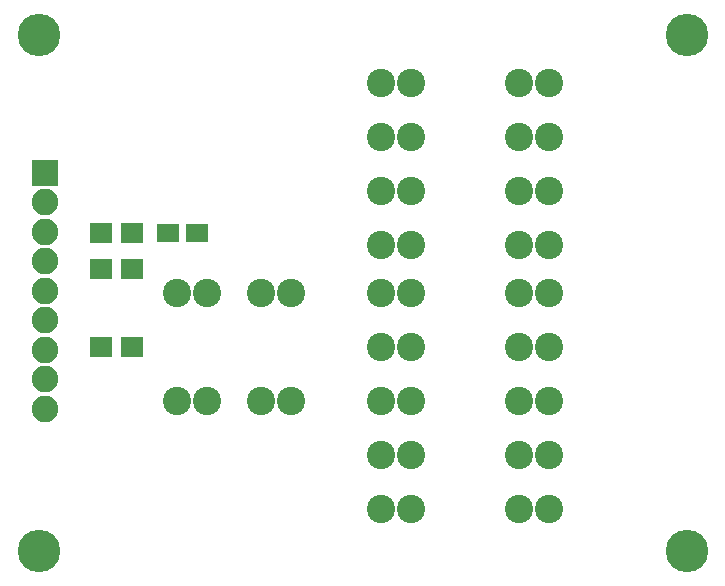
<source format=gbr>
G04 #@! TF.FileFunction,Soldermask,Top*
%FSLAX46Y46*%
G04 Gerber Fmt 4.6, Leading zero omitted, Abs format (unit mm)*
G04 Created by KiCad (PCBNEW 4.0.7) date 05/30/18 05:48:27*
%MOMM*%
%LPD*%
G01*
G04 APERTURE LIST*
%ADD10C,0.100000*%
%ADD11C,3.600000*%
%ADD12R,1.900000X1.650000*%
%ADD13R,2.250000X2.250000*%
%ADD14C,2.250000*%
%ADD15R,1.900000X1.700000*%
%ADD16C,2.400000*%
G04 APERTURE END LIST*
D10*
D11*
X174752000Y-123952000D03*
D12*
X130830000Y-97028000D03*
X133330000Y-97028000D03*
D13*
X120396000Y-91948000D03*
D14*
X120396000Y-94448000D03*
X120396000Y-96948000D03*
X120396000Y-99448000D03*
X120396000Y-101948000D03*
X120396000Y-104448000D03*
X120396000Y-106948000D03*
X120396000Y-109448000D03*
X120396000Y-111948000D03*
D15*
X127842000Y-97028000D03*
X125142000Y-97028000D03*
X127842000Y-100076000D03*
X125142000Y-100076000D03*
X127842000Y-106680000D03*
X125142000Y-106680000D03*
D16*
X160528000Y-88900000D03*
X163068000Y-88900000D03*
X160528000Y-84328000D03*
X163068000Y-84328000D03*
X160528000Y-93472000D03*
X163068000Y-93472000D03*
X160528000Y-98044000D03*
X163068000Y-98044000D03*
X160528000Y-102108000D03*
X163068000Y-102108000D03*
X138684000Y-102108000D03*
X141224000Y-102108000D03*
X160528000Y-106680000D03*
X163068000Y-106680000D03*
X160528000Y-111252000D03*
X163068000Y-111252000D03*
X138684000Y-111252000D03*
X141224000Y-111252000D03*
X160528000Y-115824000D03*
X163068000Y-115824000D03*
X160528000Y-120396000D03*
X163068000Y-120396000D03*
X148844000Y-102108000D03*
X151384000Y-102108000D03*
X148844000Y-111252000D03*
X151384000Y-111252000D03*
X148844000Y-84328000D03*
X151384000Y-84328000D03*
X148844000Y-98044000D03*
X151384000Y-98044000D03*
X148844000Y-106680000D03*
X151384000Y-106680000D03*
X148844000Y-115824000D03*
X151384000Y-115824000D03*
X148844000Y-93472000D03*
X151384000Y-93472000D03*
X131572000Y-102108000D03*
X134112000Y-102108000D03*
X131572000Y-111252000D03*
X134112000Y-111252000D03*
X148844000Y-120396000D03*
X151384000Y-120396000D03*
D11*
X119888000Y-80264000D03*
X174752000Y-80264000D03*
X119888000Y-123952000D03*
D16*
X148844000Y-88900000D03*
X151384000Y-88900000D03*
M02*

</source>
